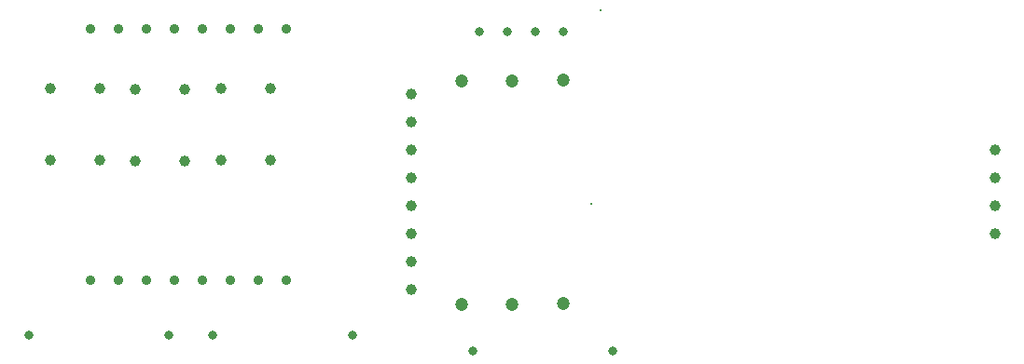
<source format=gbr>
%TF.GenerationSoftware,KiCad,Pcbnew,8.99.0-3334-g98ae574c78*%
%TF.CreationDate,2024-12-20T16:25:24-06:00*%
%TF.ProjectId,CyberStation,43796265-7253-4746-9174-696f6e2e6b69,rev?*%
%TF.SameCoordinates,Original*%
%TF.FileFunction,Plated,1,2,PTH,Drill*%
%TF.FilePolarity,Positive*%
%FSLAX46Y46*%
G04 Gerber Fmt 4.6, Leading zero omitted, Abs format (unit mm)*
G04 Created by KiCad (PCBNEW 8.99.0-3334-g98ae574c78) date 2024-12-20 16:25:24*
%MOMM*%
%LPD*%
G01*
G04 APERTURE LIST*
%TA.AperFunction,ViaDrill*%
%ADD10C,0.300000*%
%TD*%
%TA.AperFunction,ComponentDrill*%
%ADD11C,0.800000*%
%TD*%
%TA.AperFunction,ComponentDrill*%
%ADD12C,0.900000*%
%TD*%
%TA.AperFunction,ComponentDrill*%
%ADD13C,1.000000*%
%TD*%
%TA.AperFunction,ComponentDrill*%
%ADD14C,1.200000*%
%TD*%
G04 APERTURE END LIST*
D10*
X161600000Y-87600000D03*
X162400000Y-70000000D03*
D11*
%TO.C,R5*%
X110500000Y-99600000D03*
X123200000Y-99600000D03*
%TO.C,R4*%
X127200000Y-99600000D03*
X139900000Y-99600000D03*
%TO.C,R6*%
X150800000Y-101000000D03*
%TO.C,J2*%
X151400000Y-72000000D03*
X153940000Y-72000000D03*
X156480000Y-72000000D03*
X159020000Y-72000000D03*
%TO.C,R6*%
X163500000Y-101000000D03*
D12*
%TO.C,U3*%
X116100000Y-71740000D03*
X116100000Y-94600000D03*
X118640000Y-71740000D03*
X118640000Y-94600000D03*
X121180000Y-71740000D03*
X121180000Y-94600000D03*
X123720000Y-71740000D03*
X123720000Y-94600000D03*
X126260000Y-71740000D03*
X126260000Y-94600000D03*
X128800000Y-71740000D03*
X128800000Y-94600000D03*
X131340000Y-71740000D03*
X131340000Y-94600000D03*
X133880000Y-71740000D03*
X133880000Y-94600000D03*
D13*
%TO.C,SW1*%
X112450000Y-77150000D03*
X112450000Y-83650000D03*
X116950000Y-77150000D03*
X116950000Y-83650000D03*
%TO.C,SW3*%
X120150000Y-77200000D03*
X120150000Y-83700000D03*
X124650000Y-77200000D03*
X124650000Y-83700000D03*
%TO.C,SW2*%
X127950000Y-77150000D03*
X127950000Y-83650000D03*
X132450000Y-77150000D03*
X132450000Y-83650000D03*
%TO.C,U2*%
X145185000Y-77635000D03*
X145185000Y-80175000D03*
X145185000Y-82715000D03*
X145185000Y-85255000D03*
X145185000Y-87795000D03*
X145185000Y-90335000D03*
X145185000Y-92875000D03*
X145185000Y-95415000D03*
X198185000Y-82715000D03*
X198185000Y-85255000D03*
X198185000Y-87795000D03*
X198185000Y-90335000D03*
D14*
%TO.C,R1*%
X149800000Y-76440000D03*
X149800000Y-96760000D03*
%TO.C,R2*%
X154400000Y-76440000D03*
X154400000Y-96760000D03*
%TO.C,R3*%
X159000000Y-76365000D03*
X159000000Y-96685000D03*
M02*

</source>
